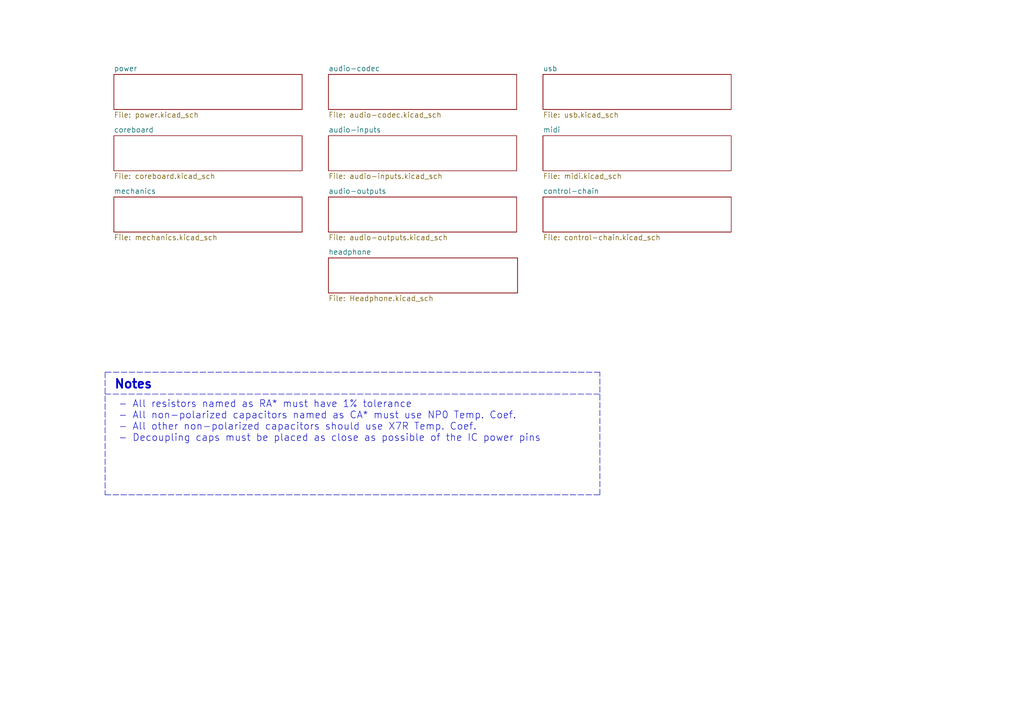
<source format=kicad_sch>
(kicad_sch (version 20211123) (generator eeschema)
  (paper "A4")
  (title_block (title "MOD Dwarf - Main Board") (date "2021-09-06") (rev "3.0") (company "MOD Devices GmbH") (comment 1 "Dwarf Audio processing board") (comment 2 "https://github.com/moddevices/hw-mod-dwarf") (comment 3 "Inp Power: 12V 500mA") (comment 4 "USB outp Power: 500mA"))
  (lib_symbols)
  (polyline (pts (xy 30.48 107.95) (xy 30.48 143.51)))
  (polyline (pts (xy 30.48 114.3) (xy 173.99 114.3)))
  (polyline (pts (xy 173.99 107.95) (xy 30.48 107.95)))
  (polyline (pts (xy 173.99 143.51) (xy 173.99 107.95)))
  (polyline (pts (xy 30.48 143.51) (xy 173.99 143.51)))
  (text "- All resistors named as RA* must have 1% tolerance\n- All non-polarized capacitors named as CA* must use NP0 Temp. Coef.\n- All other non-polarized capacitors should use X7R Temp. Coef.\n- Decoupling caps must be placed as close as possible of the IC power pins" (at 34.29 128.27 0) (effects (font (size 2.032 2.032)) (justify left bottom)))
  (text "Notes\n" (at 33.02 113.03 0) (effects (font (size 2.54 2.54) (thickness 0.508) bold) (justify left bottom)))
  (sheet (at 33.02 21.59) (size 54.61 10.16)
    (property "Sheet name" "power" (at 33.02 20.7514 0) (effects (font (size 1.524 1.524)) (justify left bottom)))
    (property "Sheet file" "power.kicad_sch" (at 33.02 32.4362 0) (effects (font (size 1.524 1.524)) (justify left top)))
  )
  (sheet (at 33.02 39.37) (size 54.61 10.16)
    (property "Sheet name" "coreboard" (at 33.02 38.5314 0) (effects (font (size 1.524 1.524)) (justify left bottom)))
    (property "Sheet file" "coreboard.kicad_sch" (at 33.02 50.2162 0) (effects (font (size 1.524 1.524)) (justify left top)))
  )
  (sheet (at 95.25 21.59) (size 54.61 10.16)
    (property "Sheet name" "audio-codec" (at 95.25 20.7514 0) (effects (font (size 1.524 1.524)) (justify left bottom)))
    (property "Sheet file" "audio-codec.kicad_sch" (at 95.25 32.4362 0) (effects (font (size 1.524 1.524)) (justify left top)))
  )
  (sheet (at 95.25 39.37) (size 54.61 10.16)
    (property "Sheet name" "audio-inputs" (at 95.25 38.5314 0) (effects (font (size 1.524 1.524)) (justify left bottom)))
    (property "Sheet file" "audio-inputs.kicad_sch" (at 95.25 50.2162 0) (effects (font (size 1.524 1.524)) (justify left top)))
  )
  (sheet (at 95.25 57.15) (size 54.61 10.16)
    (property "Sheet name" "audio-outputs" (at 95.25 56.3114 0) (effects (font (size 1.524 1.524)) (justify left bottom)))
    (property "Sheet file" "audio-outputs.kicad_sch" (at 95.25 67.9962 0) (effects (font (size 1.524 1.524)) (justify left top)))
  )
  (sheet (at 157.48 21.59) (size 54.61 10.16)
    (property "Sheet name" "usb" (at 157.48 20.7514 0) (effects (font (size 1.524 1.524)) (justify left bottom)))
    (property "Sheet file" "usb.kicad_sch" (at 157.48 32.4362 0) (effects (font (size 1.524 1.524)) (justify left top)))
  )
  (sheet (at 157.48 39.37) (size 54.61 10.16)
    (property "Sheet name" "midi" (at 157.48 38.5314 0) (effects (font (size 1.524 1.524)) (justify left bottom)))
    (property "Sheet file" "midi.kicad_sch" (at 157.48 50.2162 0) (effects (font (size 1.524 1.524)) (justify left top)))
  )
  (sheet (at 157.48 57.15) (size 54.61 10.16)
    (property "Sheet name" "control-chain" (at 157.48 56.3114 0) (effects (font (size 1.524 1.524)) (justify left bottom)))
    (property "Sheet file" "control-chain.kicad_sch" (at 157.48 67.9962 0) (effects (font (size 1.524 1.524)) (justify left top)))
  )
  (sheet (at 33.02 57.15) (size 54.61 10.16)
    (property "Sheet name" "mechanics" (at 33.02 56.3114 0) (effects (font (size 1.524 1.524)) (justify left bottom)))
    (property "Sheet file" "mechanics.kicad_sch" (at 33.02 67.9962 0) (effects (font (size 1.524 1.524)) (justify left top)))
  )
  (sheet (at 95.25 74.803) (size 54.864 10.16)
    (property "Sheet name" "headphone" (at 95.25 73.9644 0) (effects (font (size 1.524 1.524)) (justify left bottom)))
    (property "Sheet file" "Headphone.kicad_sch" (at 95.25 85.6492 0) (effects (font (size 1.524 1.524)) (justify left top)))
  )
)
</source>
